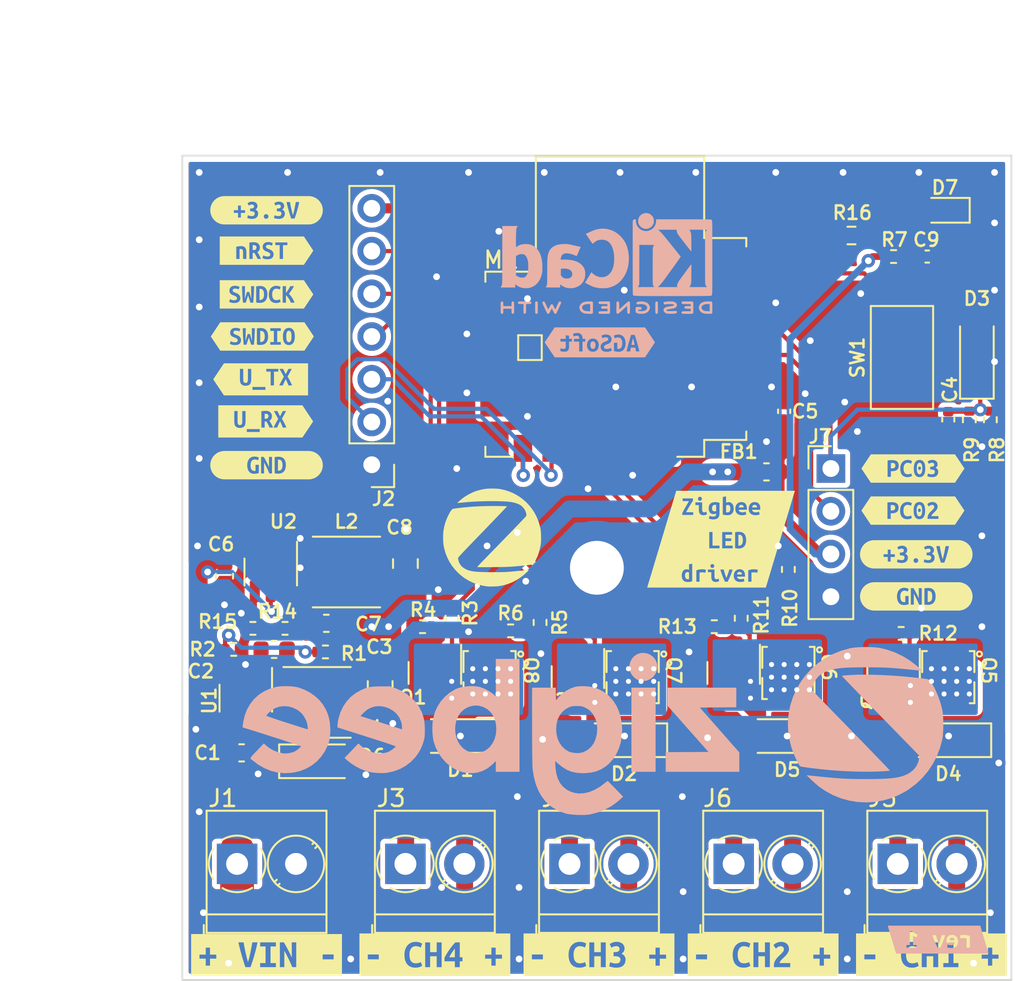
<source format=kicad_pcb>
(kicad_pcb (version 20211014) (generator pcbnew)
  (layers (0 "F.Cu" signal) (31 "B.Cu" signal) (34 "B.Paste" user) (35 "F.Paste" user) (36 "B.SilkS" user "B.Silkscreen") (37 "F.SilkS" user "F.Silkscreen") (38 "B.Mask" user) (39 "F.Mask" user) (44 "Edge.Cuts" user))
  (net 0 "")
  (net 1 "Net-(C9-Pad1)")
  (net 2 "GND")
  (net 3 "/CH4_D")
  (net 4 "/CH3_D")
  (net 5 "/CH1_D")
  (net 6 "/CH2_D")
  (net 7 "Net-(C2-Pad1)")
  (net 8 "Net-(R1-Pad2)")
  (net 9 "VCC")
  (net 10 "Net-(C2-Pad2)")
  (net 11 "Net-(J2-Pad5)")
  (net 12 "Net-(J2-Pad4)")
  (net 13 "VDD")
  (net 14 "Net-(M1-Pad3)")
  (net 16 "/UART_TX")
  (net 17 "/UART_RX")
  (net 18 "Net-(M1-Pad9)")
  (net 19 "Net-(M1-Pad10)")
  (net 20 "Net-(J2-Pad6)")
  (net 22 "+3V3")
  (net 23 "Net-(C4-Pad1)")
  (net 24 "/CH4_G")
  (net 25 "Net-(M1-Pad4)")
  (net 26 "Net-(C7-Pad1)")
  (net 27 "Net-(C7-Pad2)")
  (net 28 "Net-(R14-Pad2)")
  (net 29 "Net-(D7-Pad2)")
  (net 30 "Net-(M1-Pad18)")
  (net 31 "/CH3_G")
  (net 32 "/CH1_G")
  (net 33 "/CH2_G")
  (net 34 "Net-(J7-Pad2)")
  (footprint "kibuzzard-62FBE02B" (layer "F.Cu") (at 170.5 121)
    (fp_text reference "kibuzzard-62FBE02B" hide)
    (fp_text value "G***" hide)
  )
  (footprint "zigbee_led:MGM210L_REDUCED" (layer "F.Cu") (at 183.5 91.4)
    (fp_text reference "M1")
    (fp_text value "mgm210l_MGM210L")
  )
  (footprint "zigbee_led:dual_mos" (layer "F.Cu") (at 183.75 104.5 180)
    (fp_text reference "Q8")
    (fp_text value "AON7414")
  )
  (footprint "Resistor_SMD:R_0402_1005Metric" (layer "F.Cu") (at 201.5 98.1 -90)
    (fp_text reference "R10")
    (fp_text value "2.2")
  )
  (footprint "Diode_SMD:D_MiniMELF" (layer "F.Cu") (at 201.4275 108 180)
    (fp_text reference "D5")
    (fp_text value "D")
  )
  (footprint "zigbee_led:z_logo" (layer "F.Cu") (at 183.9 96.2)
    (fp_text reference "G***" hide)
    (fp_text value "LOGO" hide)
  )
  (footprint "Capacitor_SMD:C_0603_1608Metric" (layer "F.Cu") (at 174.05 101.3)
    (fp_text reference "C7")
    (fp_text value "100nF")
  )
  (footprint "zigbee_led:TerminalBlock_Phoenix_PT-1,5-2-3.5-H_1x02_P3.50mm_Horizontal" (layer "F.Cu") (at 178.75 115.6)
    (fp_text reference "J3")
    (fp_text value "CH4")
  )
  (footprint "Diode_SMD:D_MiniMELF" (layer "F.Cu") (at 211 108.25 180)
    (fp_text reference "D4")
    (fp_text value "D")
  )
  (footprint "kibuzzard-6301F961" (layer "F.Cu") (at 170.15 86.8)
    (fp_text reference "kibuzzard-6301F961" hide)
    (fp_text value "G***" hide)
  )
  (footprint "Resistor_SMD:R_0402_1005Metric" (layer "F.Cu") (at 207.75 79.5)
    (fp_text reference "R7")
    (fp_text value "X")
  )
  (footprint "Capacitor_SMD:C_0603_1608Metric" (layer "F.Cu") (at 168 98.5 -90)
    (fp_text reference "C6")
    (fp_text value "2.2uF")
  )
  (footprint "kibuzzard-635D775C" (layer "F.Cu") (at 208.9 92.1)
    (fp_text reference "kibuzzard-635D775C" hide)
    (fp_text value "G***" hide)
  )
  (footprint "Resistor_SMD:R_0402_1005Metric" (layer "F.Cu") (at 213.5 89.2 90)
    (fp_text reference "R8")
    (fp_text value "X")
  )
  (footprint "Capacitor_SMD:C_0402_1005Metric" (layer "F.Cu") (at 209.75 79.5)
    (fp_text reference "C9")
    (fp_text value "1n")
  )
  (footprint "zigbee_led:TerminalBlock_Phoenix_PT-1,5-2-3.5-H_1x02_P3.50mm_Horizontal" (layer "F.Cu") (at 198.25 115.6)
    (fp_text reference "J6")
    (fp_text value "CH2")
  )
  (footprint "Capacitor_SMD:C_0805_2012Metric" (layer "F.Cu") (at 177.25 105 -90)
    (fp_text reference "C3")
    (fp_text value "10uF")
  )
  (footprint "Resistor_SMD:R_0402_1005Metric" (layer "F.Cu") (at 197.1 101.5 180)
    (fp_text reference "R13")
    (fp_text value "56k")
  )
  (footprint "Package_TO_SOT_SMD:SOT-23" (layer "F.Cu") (at 180.5 104.25 -90)
    (fp_text reference "Q1")
    (fp_text value "AO3400A")
  )
  (footprint "Capacitor_SMD:C_0603_1608Metric" (layer "F.Cu") (at 169.0175 109)
    (fp_text reference "C1")
    (fp_text value "2.2uF")
  )
  (footprint "zigbee_led:dual_mos" (layer "F.Cu") (at 211 104.5 180)
    (fp_text reference "Q5")
    (fp_text value "AON7414")
  )
  (footprint "Resistor_SMD:R_0402_1005Metric" (layer "F.Cu") (at 174 103 180)
    (fp_text reference "R1")
    (fp_text value "100k")
  )
  (footprint "Resistor_SMD:R_0402_1005Metric" (layer "F.Cu") (at 198.7 101 -90)
    (fp_text reference "R11")
    (fp_text value "2.2")
  )
  (footprint "Resistor_SMD:R_0402_1005Metric" (layer "F.Cu") (at 179.7675 101.5 180)
    (fp_text reference "R4")
    (fp_text value "56k")
  )
  (footprint "kibuzzard-6301FC25" (layer "F.Cu") (at 170.5 76.75)
    (fp_text reference "kibuzzard-6301FC25" hide)
    (fp_text value "G***" hide)
  )
  (footprint "Capacitor_SMD:C_0402_1005Metric" (layer "F.Cu") (at 211 89.2 -90)
    (fp_text reference "C4")
    (fp_text value "100nF")
  )
  (footprint "MountingHole:MountingHole_3.2mm_M3_DIN965_Pad_TopBottom" (layer "F.Cu") (at 190.125 98)
    (fp_text reference "H1" hide)
    (fp_text value "MountingHole_Pad")
  )
  (footprint "Connector_PinHeader_2.54mm:PinHeader_1x04_P2.54mm_Vertical" (layer "F.Cu") (at 204.025 92.1)
    (fp_text reference "J7")
    (fp_text value "Conn_01x04")
  )
  (footprint "kibuzzard-62FBE01C" (layer "F.Cu") (at 180.5 121)
    (fp_text reference "kibuzzard-62FBE01C" hide)
    (fp_text value "G***" hide)
  )
  (footprint "kibuzzard-6301FC25" (layer "F.Cu") (at 209.1 97.2)
    (fp_text reference "kibuzzard-6301FC25" hide)
    (fp_text value "G***" hide)
  )
  (footprint "kibuzzard-62FBE006" (layer "F.Cu") (at 200 121)
    (fp_text reference "kibuzzard-62FBE006" hide)
    (fp_text value "G***" hide)
  )
  (footprint "Capacitor_SMD:C_0805_2012Metric" (layer "F.Cu") (at 178.75 97.75 90)
    (fp_text reference "C8")
    (fp_text value "10uF")
  )
  (footprint "kibuzzard-62FBDFF0" (layer "F.Cu") (at 210 121)
    (fp_text reference "kibuzzard-62FBDFF0" hide)
    (fp_text value "G***" hide)
  )
  (footprint "Resistor_SMD:R_0402_1005Metric" (layer "F.Cu") (at 208.2 101.9 180)
    (fp_text reference "R12")
    (fp_text value "56k")
  )
  (footprint "Package_TO_SOT_SMD:SOT-23" (layer "F.Cu") (at 207.75 104.5 -90)
    (fp_text reference "Q3")
    (fp_text value "AO3400A")
  )
  (footprint "kibuzzard-6301F9AD" (layer "F.Cu") (at 170.5 91.9)
    (fp_text reference "kibuzzard-6301F9AD" hide)
    (fp_text value "G***" hide)
  )
  (footprint "Resistor_SMD:R_0402_1005Metric" (layer "F.Cu") (at 185 101.75 180)
    (fp_text reference "R6")
    (fp_text value "56k")
  )
  (footprint "Diode_SMD:D_MiniMELF" (layer "F.Cu") (at 212.7 85.4 90)
    (fp_text reference "D3")
    (fp_text value "3v3")
  )
  (footprint "kibuzzard-6301F990" (layer "F.Cu") (at 170.5 81.75)
    (fp_text reference "kibuzzard-6301F990" hide)
    (fp_text value "G***" hide)
  )
  (footprint "kibuzzard-6301F96E" (layer "F.Cu") (at 170.45 89.3)
    (fp_text reference "kibuzzard-6301F96E" hide)
    (fp_text value "G***" hide)
  )
  (footprint "Connector_PinHeader_2.54mm:PinHeader_1x07_P2.54mm_Vertical" (layer "F.Cu") (at 176.75 91.875 180)
    (fp_text reference "J2")
    (fp_text value "Conn_01x07")
  )
  (footprint "Package_TO_SOT_SMD:SOT-23-6" (layer "F.Cu") (at 170.75 98.25 -90)
    (fp_text reference "U2")
    (fp_text value "LMR51420")
  )
  (footprint "Resistor_SMD:R_0402_1005Metric" (layer "F.Cu") (at 171.6 101.6 180)
    (fp_text reference "R14")
    (fp_text value "100k")
  )
  (footprint "Inductor_SMD:L_Taiyo-Yuden_MD-4040" (layer "F.Cu") (at 173.5 106)
    (fp_text reference "L1")
    (fp_text value "47uH")
  )
  (footprint "Diode_SMD:D_MiniMELF" (layer "F.Cu") (at 191.75 108.25 180)
    (fp_text reference "D2")
    (fp_text value "D")
  )
  (footprint "Inductor_SMD:L_Taiyo-Yuden_MD-4040" (layer "F.Cu") (at 175.25 98.25)
    (fp_text reference "L2")
    (fp_text value "3.3u")
  )
  (footprint "kibuzzard-62FBE011" (layer "F.Cu") (at 190.25 121)
    (fp_text reference "kibuzzard-62FBE011" hide)
    (fp_text value "G***" hide)
  )
  (footprint "Package_TO_SOT_SMD:SOT-23" (layer "F.Cu") (at 198.25 104.25 -90)
    (fp_text reference "Q4")
    (fp_text value "AO3400A")
  )
  (footprint "Resistor_SMD:R_0402_1005Metric" (layer "F.Cu") (at 186.75 101.25 -90)
    (fp_text reference "R5")
    (fp_text value "2.2")
  )
  (footprint "zigbee_led:TerminalBlock_Phoenix_PT-1,5-2-3.5-H_1x02_P3.50mm_Horizontal" (layer "F.Cu") (at 208 115.6)
    (fp_text reference "J5")
    (fp_text value "CH1")
  )
  (footprint "Diode_SMD:D_0603_1608Metric" (layer "F.Cu") (at 210.7875 76.75 180)
    (fp_text reference "D7")
    (fp_text value "LED")
  )
  (footprint "Capacitor_SMD:C_0402_1005Metric" (layer "F.Cu") (at 201.25 88.7 90)
    (fp_text reference "C5")
    (fp_text value "100nF")
  )
  (footprint "kibuzzard-63020F3A" (layer "F.Cu") (at 197.5 96.3)
    (fp_text reference "kibuzzard-63020F3A" hide)
    (fp_text value "G***" hide)
  )
  (footprint "Package_TO_SOT_SMD:SOT-23-6" (layer "F.Cu") (at 169.2675 105.75 -90)
    (fp_text reference "U1")
    (fp_text value "LMR54406")
  )
  (footprint "zigbee_led:TerminalBlock_Phoenix_PT-1,5-2-3.5-H_1x02_P3.50mm_Horizontal" (layer "F.Cu") (at 188.5 115.6)
    (fp_text reference "J4")
    (fp_text value "CH3")
  )
  (footprint "kibuzzard-635D774E" (layer "F.Cu") (at 208.9 94.6)
    (fp_text reference "kibuzzard-635D774E" hide)
    (fp_text value "G***" hide)
  )
  (footprint "zigbee_led:dual_mos" (layer "F.Cu") (at 201.5 104.25 180)
    (fp_text reference "Q6")
    (fp_text value "AON7414")
  )
  (footprint "Resistor_SMD:R_0402_1005Metric" (layer "F.Cu") (at 181.5175 101 -90)
    (fp_text reference "R3")
    (fp_text value "2.2")
  )
  (footprint "kibuzzard-6301F99C" (layer "F.Cu") (at 170.25 84.25)
    (fp_text reference "kibuzzard-6301F99C" hide)
    (fp_text value "G***" hide)
  )
  (footprint "kibuzzard-6301F9AD" (layer "F.Cu") (at 209.1 99.7)
    (fp_text reference "kibuzzard-6301F9AD" hide)
    (fp_text value "G***" hide)
  )
  (footprint "zigbee_led:dual_mos" (layer "F.Cu") (at 192.25 104.5 180)
    (fp_text reference "Q7")
    (fp_text value "AON7414")
  )
  (footprint "Package_TO_SOT_SMD:SOT-23" (layer "F.Cu") (at 189 104.5 -90)
    (fp_text reference "Q2")
    (fp_text value "AO3400A")
  )
  (footprint "Capacitor_SMD:C_0603_1608Metric" (layer "F.Cu") (at 170.95 102.85)
    (fp_text reference "C2")
    (fp_text value "100nF")
  )
  (footprint "Resistor_SMD:R_0603_1608Metric" (layer "F.Cu") (at 205.25 78.25)
    (fp_text reference "R16")
    (fp_text value "91")
  )
  (footprint "zigbee_led:TerminalBlock_Phoenix_PT-1,5-2-3.5-H_1x02_P3.50mm_Horizontal" (layer "F.Cu") (at 168.75 115.6)
    (fp_text reference "J1")
    (fp_text value "VIN")
  )
  (footprint "Diode_SMD:D_SOD-123" (layer "F.Cu") (at 173.5 109.5)
    (fp_text reference "D6")
    (fp_text value "1N5819HW")
  )
  (footprint "Button_Switch_SMD:SW_SPST_CK_RS282G05A3" (layer "F.Cu") (at 208.25 85.5 -90)
    (fp_text reference "SW1")
    (fp_text value "SW_Push")
  )
  (footprint "Capacitor_SMD:C_0603_1608Metric" (layer "F.Cu") (at 200.2 92.3)
    (fp_text reference "FB1")
    (fp_text value "100R")
  )
  (footprint "Diode_SMD:D_MiniMELF" (layer "F.Cu") (at 182.0175 108 180)
    (fp_text reference "D1")
    (fp_text value "D")
  )
  (footprint "Resistor_SMD:R_0402_1005Metric" (layer "F.Cu") (at 168.55 102.85)
    (fp_text reference "R2")
    (fp_text value "33k")
  )
  (footprint "Resistor_SMD:R_0402_1005Metric" (layer "F.Cu") (at 169.69 101.6 180)
    (fp_text reference "R15")
    (fp_text value "22.1k")
  )
  (footprint "kibuzzard-6301FC13" (layer "F.Cu") (at 170.5 79.15)
    (fp_text reference "kibuzzard-6301FC13" hide)
    (fp_text value "G***" hide)
  )
  (footprint "Resistor_SMD:R_0402_1005Metric" (layer "F.Cu") (at 212.25 89.2 -90)
    (fp_text reference "R9")
    (fp_text value "X")
  )
  (footprint "Symbol:KiCad-Logo2_5mm_SilkScreen" (layer "B.Cu") (at 190.7 79.9 180)
    (fp_text reference "REF**" hide)
    (fp_text value "KiCad-Logo2_5mm_SilkScreen" hide)
  )
  (footprint "kibuzzard-63611416" (layer "B.Cu") (at 190.3 84.6 180)
    (fp_text reference "kibuzzard-63611416" hide)
    (fp_text value "G***" hide)
  )
  (footprint "zigbee_led:z_big_logo" (layer "B.Cu") (at 189.9 107.7 180)
    (fp_text reference "G***" hide)
    (fp_text value "LOGO" hide)
  )
  (footprint "kibuzzard-63020FF5" (layer "B.Cu") (at 210.4 120.1 180)
    (fp_text reference "kibuzzard-63020FF5" hide)
    (fp_text value "G***" hide)
  )
  (gr_line (start 165.5 122.5) (end 165.5 73.5) (layer "Edge.Cuts") (width 0.1))
  (gr_line (start 214.75 73.5) (end 214.75 122.5) (layer "Edge.Cuts") (width 0.1))
  (gr_line (start 165.5 73.5) (end 214.75 73.5) (layer "Edge.Cuts") (width 0.1))
  (gr_line (start 214.75 122.5) (end 165.5 122.5) (layer "Edge.Cuts") (width 0.1))
  (segment (start 198.44 81.25) (end 200.5 81.25) (width 0.254) (layer "F.Cu") (net 1))
  (segment (start 198.16 81.53) (end 198.44 81.25) (width 0.254) (layer "F.Cu") (net 1))
  (segment (start 206 80.5) (end 206.75 81.25) (width 0.254) (layer "F.Cu") (net 1))
  (segment (start 200.5 81.25) (end 201.25 80.5) (width 0.254) (layer "F.Cu") (net 1))
  (segment (start 201.25 80.5) (end 206 80.5) (width 0.254) (layer "F.Cu") (net 1))
  (segment (start 207.9 81.25) (end 208.25 81.6) (width 0.254) (layer "F.Cu") (net 1))
  (segment (start 208.26 79.5) (end 209.27 79.5) (width 0.254) (layer "F.Cu") (net 1))
  (segment (start 208.25 81.6) (end 208.25 79.51) (width 0.254) (layer "F.Cu") (net 1))
  (segment (start 208.25 79.51) (end 208.26 79.5) (width 0.254) (layer "F.Cu") (net 1))
  (segment (start 206.75 81.25) (end 207.9 81.25) (width 0.254) (layer "F.Cu") (net 1))
  (segment (start 189.75 98.5) (end 191.2675 100.0175) (width 0.25) (layer "F.Cu") (net 2))
  (segment (start 171.7 97.1125) (end 171.7 97.7) (width 0.254) (layer "F.Cu") (net 2))
  (segment (start 191.2675 100.0175) (end 191.2675 100.48) (width 0.25) (layer "F.Cu") (net 2))
  (segment (start 168.125 99.275) (end 169.2 98.2) (width 0.254) (layer "F.Cu") (net 2))
  (segment (start 169.2 98.2) (end 171.2 98.2) (width 0.254) (layer "F.Cu") (net 2))
  (segment (start 171.7 97.7) (end 171.2 98.2) (width 0.254) (layer "F.Cu") (net 2))
  (segment (start 168 99.275) (end 168.125 99.275) (width 0.254) (layer "F.Cu") (net 2))
  (via (at 182.4 84.1) (size 0.8) (drill 0.4) (layers "F.Cu" "B.Cu") (net 2))
  (via (at 202.5 87.65) (size 0.8) (drill 0.4) (layers "F.Cu" "B.Cu") (net 2))
  (via (at 205 103.25) (size 0.8) (drill 0.4) (layers "F.Cu" "B.Cu") (net 2))
  (via (at 209.4 100.4) (size 0.8) (drill 0.4) (layers "F.Cu" "B.Cu") (net 2))
  (via (at 186.8 103.1) (size 0.8) (drill 0.4) (layers "F.Cu" "B.Cu") (net 2))
  (via (at 191.25 87.25) (size 0.8) (drill 0.4) (layers "F.Cu" "B.Cu") (net 2))
  (via (at 182.5 74.5) (size 0.8) (drill 0.4) (layers "F.Cu" "B.Cu") (net 2))
  (via (at 195.6 103) (size 0.8) (drill 0.4) (layers "F.Cu" "B.Cu") (net 2))
  (via (at 202.8 84.5) (size 0.8) (drill 0.4) (layers "F.Cu" "B.Cu") (net 2))
  (via (at 185.4 95.9) (size 0.8) (drill 0.4) (layers "F.Cu" "B.Cu") (net 2))
  (via (at 209.25 74.5) (size 0.8) (drill 0.4) (layers "F.Cu" "B.Cu") (net 2))
  (via (at 184.3 78) (size 0.8) (drill 0.4) (layers "F.Cu" "B.Cu") (net 2))
  (via (at 183.6 96.7) (size 0.8) (drill 0.4) (layers "F.Cu" "B.Cu") (net 2))
  (via (at 186 82) (size 0.8) (drill 0.4) (layers "F.Cu" "B.Cu") (net 2))
  (via (at 187 74.5) (size 0.8) (drill 0.4) (layers "F.Cu" "B.Cu") (net 2))
  (via (at 189.6 93.3) (size 0.8) (drill 0.4) (layers "F.Cu" "B.Cu") (net 2))
  (via (at 213 96.1) (size 0.8) (drill 0.4) (layers "F.Cu" "B.Cu") (net 2))
  (via (at 180.7 99.3) (size 0.8) (drill 0.4) (layers "F.Cu" "B.Cu") (net 2))
  (via (at 181.8 92.1) (size 0.8) (drill 0.4) (layers "F.Cu" "B.Cu") (net 2))
  (via (at 195.25 121.25) (size 0.8) (drill 0.4) (layers "F.Cu" "B.Cu") (net 2))
  (via (at 204.75 74.5) (size 0.8) (drill 0.4) (layers "F.Cu" "B.Cu") (net 2))
  (via (at 200.5 87.25) (size 0.8) (drill 0.4) (layers "F.Cu" "B.Cu") (net 2))
  (via (at 213.75 81.5) (size 0.8) (drill 0.4) (layers "F.Cu" "B.Cu") (net 2))
  (via (at 169.25 103.75) (size 0.8) (drill 0.4) (layers "F.Cu" "B.Cu") (net 2))
  (via (at 191.5 74.5) (size 0.8) (drill 0.4) (layers "F.Cu" "B.Cu") (net 2))
  (via (at 176.4 110.3) (size 0.8) (drill 0.4) (layers "F.Cu" "B.Cu") (net 2))
  (via (at 205 117.25) (size 0.8) (drill 0.4) (layers "F.Cu" "B.Cu") (net 2))
  (via (at 169 100.7) (size 0.8) (drill 0.4) (layers "F.Cu" "B.Cu") (net 2))
  (via (at 178 107.25) (size 0.8) (drill 0.4) (layers "F.Cu" "B.Cu") (net 2))
  (via (at 182.5 101.8) (size 0.8) (drill 0.4) (layers "F.Cu" "B.Cu") (net 2))
  (via (at 213.75 77.5) (size 0.8) (drill 0.4) (layers "F.Cu" "B.Cu") (net 2))
  (via (at 166.4 96.7) (size 0.8) (drill 0.4) (layers "F.Cu" "B.Cu") (net 2))
  (via (at 200.75 82.25) (size 0.8) (drill 0.4) (layers "F.Cu" "B.Cu") (net 2))
  (via (at 213.75 85.75) (size 0.8) (drill 0.4) (layers "F.Cu" "B.Cu") (net 2))
  (via (at 212.5 121.5) (size 0.8) (drill 0.4) (layers "F.Cu" "B.Cu") (net 2))
  (via (at 166.75 118.5) (size 0.8) (drill 0.4) (layers "F.Cu" "B.Cu") (net 2))
  (via (at 166.5 112.5) (size 0.8) (drill 0.4) (layers "F.Cu" "B.Cu") (net 2))
  (via (at 204.85 88.15) (size 0.8) (drill 0.4) (layers "F.Cu" "B.Cu") (net 2))
  (via (at 182.4 87.6) (size 0.8) (drill 0.4) (layers "F.Cu" "B.Cu") (net 2))
  (via (at 191.75 81.5) (size 0.8) (drill 0.4) (layers "F.Cu" "B.Cu") (net 2))
  (via (at 166.5 91.5) (size 0.8) (drill 0.4) (layers "F.Cu" "B.Cu") (net 2))
  (via (at 195.2 111.6) (size 0.8) (drill 0.4) (layers "F.Cu" "B.Cu") (net 2))
  (via (at 166.5 87) (size 0.8) (drill 0.4) (layers "F.Cu" "B.Cu") (net 2))
  (via (at 177.7 88.1) (size 0.8) (drill 0.4) (layers "F.Cu" "B.Cu") (net 2))
  (via (at 205.6 89.9) (size 0.8) (drill 0.4) (layers "F.Cu" "B.Cu") (net 2))
  (via (at 166.5 74.5) (size 0.8) (drill 0.4) (layers "F.Cu" "B.Cu") (net 2))
  (via (at 182.0175 108) (size 0.8) (drill 0.4) (layers "F.Cu" "B.Cu") (net 2))
  (via (at 195.25 117.25) (size 0.8) (drill 0.4) (layers "F.Cu" "B.Cu") (net 2))
  (via (at 205.25 108) (size 0.8) (drill 0.4) (layers "F.Cu" "B.Cu") (net 2))
  (via (at 168 100.2) (size 0.8) (drill 0.4) (layers "F.Cu" "B.Cu") (net 2))
  (via (at 211.0175 108) (size 0.8) (drill 0.4) (layers "F.Cu" "B.Cu") (net 2))
  (via (at 213 90.8) (size 0.8) (drill 0.4) (layers "F.Cu" "B.Cu") (net 2))
  (via (at 177.25 74.5) (size 0.8) (drill 0.4) (layers "F.Cu" "B.Cu") (net 2))
  (via (at 180.6 80.7) (size 0.8) (drill 0.4) (layers "F.Cu" "B.Cu") (net 2))
  (via (at 213 101.5) (size 0.8) (drill 0.4) (layers "F.Cu" "B.Cu") (net 2))
  (via (at 200.2 90.5) (size 0.8) (drill 0.4) (layers "F.Cu" "B.Cu") (net 2))
  (via (at 171.75 74.5) (size 0.8) (drill 0.4) (layers "F.Cu" "B.Cu") (net 2))
  (via (at 201.4275 108) (size 0.8) (drill 0.4) (layers "F.Cu" "B.Cu") (net 2))
  (via (at 172.5 96.25) (size 0.8) (drill 0.4) (layers "F.Cu" "B.Cu") (net 2))
  (via (at 196.7 108.1) (size 0.8) (drill 0.4) (layers "F.Cu" "B.Cu") (net 2))
  (via (at 186.9 108.2) (size 0.8) (drill 0.4) (layers "F.Cu" "B.Cu") (net 2))
  (via (at 200.75 74.5) (size 0.8) (drill 0.4) (layers "F.Cu" "B.Cu") (net 2))
  (via (at 168.25 121.5) (size 0.8) (drill 0.4) (layers "F.Cu" "B.Cu") (net 2))
  (via (at 205.8 81.7) (size 0.8) (drill 0.4) (layers "F.Cu" "B.Cu") (net 2))
  (via (at 192.25 92.5) (size 0.8) (drill 0.4) (layers "F.Cu" "B.Cu") (net 2))
  (via (at 205 121.25) (size 0.8) (drill 0.4) (layers "F.Cu" "B.Cu") (net 2))
  (via (at 191.7675 108) (size 0.8) (drill 0.4) (layers "F.Cu" "B.Cu") (net 2))
  (via (at 213.5 118.5) (size 0.8) (drill 0.4) (layers "F.Cu" "B.Cu") (net 2))
  (via (at 185.9 98.8) (size 0.8) (drill 0.4) (layers "F.Cu" "B.Cu") (net 2))
  (via (at 213.75 74.5) (size 0.8) (drill 0.4) (layers "F.Cu" "B.Cu") (net 2))
  (via (at 185.4 111.6) (size 0.8) (drill 0.4) (layers "F.Cu" "B.Cu") (net 2))
  (via (at 175.5 121.25) (size 0.8) (drill 0.4) (layers "F.Cu" "B.Cu") (net 2))
  (via (at 195.75 87.25) (size 0.8) (drill 0.4) (layers "F.Cu" "B.Cu") (net 2))
  (via (at 180.9 117) (size 0.8) (drill 0.4) (layers "F.Cu" "B.Cu") (net 2))
  (via (at 170 110.25) (size 0.8) (drill 0.4) (layers "F.Cu" "B.Cu") (net 2))
  (via (at 172.5 98) (size 0.8) (drill 0.4) (layers "F.Cu" "B.Cu") (net 2))
  (via (at 214 109.6) (size 0.8) (drill 0.4) (layers "F.Cu" "B.Cu") (net 2))
  (via (at 166.5 82.5) (size 0.8) (drill 0.4) (layers "F.Cu" "B.Cu") (net 2))
  (via (at 166.5 78.5) (size 0.8) (drill 0.4) (layers "F.Cu" "B.Cu") (net 2))
  (via (at 166.3 107.6) (size 0.8) (drill 0.4) (layers "F.Cu" "B.Cu") (net 2))
  (via (at 178.8 95.7) (size 0.8) (drill 0.4) (layers "F.Cu" "B.Cu") (net 2))
  (via (at 185.5 121.25) (size 0.8) (drill 0.4) (layers "F.Cu" "B.Cu") (net 2))
  (via (at 200.9 96.7) (size 0.8) (drill 0.4) (layers "F.Cu" "B.Cu") (net 2))
  (via (at 186 89) (size 0.8) (drill 0.4) (layers "F.Cu" "B.Cu") (net 2))
  (via (at 196 74.5) (size 0.8) (drill 0.4) (layers "F.Cu" "B.Cu") (net 2))
  (via (at 185.5 117) (size 0.8) (drill 0.4) (layers "F.Cu" "B.Cu") (net 2))
  (segment (start 180.25 110) (end 180.25 107.5675) (width 1) (layer "F.Cu") (net 3))
  (segment (start 178.7675 111.4825) (end 180.25 110) (width 1) (layer "F.Cu") (net 3))
  (segment (start 178.7675 115.5825) (end 178.7675 111.4825) (width 1) (layer "F.Cu") (net 3))
  (segment (start 178.75 115.6) (end 178.7675 115.5825) (width 1) (layer "F.Cu") (net 3))
  (segment (start 180.2675 105.42) (end 180.5 105.1875) (width 1) (layer "F.Cu") (net 3))
  (segment (start 180.2675 108) (end 180.2675 105.42) (width 1) (layer "F.Cu") (net 3))
  (via (at 184.25 104.75) (size 0.6) (drill 0.3) (layers "F.Cu" "B.Cu") (net 3))
  (via (at 181.5 104.75) (size 0.6) (drill 0.3) (layers "F.Cu" "B.Cu") (net 3))
  (via (at 183.5 104) (size 0.6) (drill 0.3) (layers "F.Cu" "B.Cu") (net 3))
  (via (at 182.75 104) (size 0.6) (drill 0.3) (layers "F.Cu" "B.Cu") (net 3))
  (via (at 182.75 105.5) (size 0.6) (drill 0.3) (layers "F.Cu" "B.Cu") (net 3))
  (via (at 183.5 105.5) (size 0.6) (drill 0.3) (layers "F.Cu" "B.Cu") (net 3))
  (via (at 184.25 105.5) (size 0.6) (drill 0.3) (layers "F.Cu" "B.Cu") (net 3))
  (via (at 182.75 104.75) (size 0.6) (drill 0.3) (layers "F.Cu" "B.Cu") (net 3))
  (via (at 185 104.75) (size 0.6) (drill 0.3) (layers "F.Cu" "B.Cu") (net 3))
  (via (at 183.5 104.75) (size 0.6) (drill 0.3) (layers "F.Cu" "B.Cu") (net 3))
  (via (at 185 104) (size 0.6) (drill 0.3) (layers "F.Cu" "B.Cu") (net 3))
  (via (at 185 105.5) (size 0.6) (drill 0.3) (layers "F.Cu" "B.Cu") (net 3))
  (via (at 184.25 104) (size 0.6) (drill 0.3) (layers "F.Cu" "B.Cu") (net 3))
  (via (at 181.5 105.75) (size 0.6) (drill 0.3) (layers "F.Cu" "B.Cu") (net 3))
  (segment (start 190 108.25) (end 190 106.4375) (width 1) (layer "F.Cu") (net 4))
  (segment (start 190 108.25) (end 190 110.75) (width 1) (layer "F.Cu") (net 4))
  (segment (start 190 110.75) (end 188.5 112.25) (width 1) (layer "F.Cu") (net 4))
  (segment (start 190 106.4375) (end 189 105.4375) (width 1) (layer "F.Cu") (net 4))
  (segment (start 188.5 112.25) (end 188.5 115.6) (width 1) (layer "F.Cu") (net 4))
  (via (at 192 105.5) (size 0.6) (drill 0.3) (layers "F.Cu" "B.Cu") (net 4))
  (via (at 191.25 105.5) (size 0.6) (drill 0.3) (layers "F.Cu" "B.Cu") (net 4))
  (via (at 191.25 104.75) (size 0.6) (drill 0.3) (layers "F.Cu" "B.Cu") (net 4))
  (via (at 192 104.75) (size 0.6) (drill 0.3) (layers "F.Cu" "B.Cu") (net 4))
  (via (at 192.75 105.5) (size 0.6) (drill 0.3) (layers "F.Cu" "B.Cu") (net 4))
  (via (at 190 105) (size 0.6) (drill 0.3) (layers "F.Cu" "B.Cu") (net 4))
  (via (at 192 104) (size 0.6) (drill 0.3) (layers "F.Cu" "B.Cu") (net 4))
  (via (at 192.75 104.75) (size 0.6) (drill 0.3) (layers "F.Cu" "B.Cu") (net 4))
  (via (at 193.5 105.5) (size 0.6) (drill 0.3) (layers "F.Cu" "B.Cu") (net 4))
  (via (at 193.5 104) (size 0.6) (drill 0.3) (layers "F.Cu" "B.Cu") (net 4))
  (via (at 192.75 104) (size 0.6) (drill 0.3) (layers "F.Cu" "B.Cu") (net 4))
  (via (at 193.5 104.75) (size 0.6) (drill 0.3) (layers "F.Cu" "B.Cu") (net 4))
  (via (at 190 106) (size 0.6) (drill 0.3) (layers "F.Cu" "B.Cu") (net 4))
  (via (at 191.25 104) (size 0.6) (drill 0.3) (layers "F.Cu" "B.Cu") (net 4))
  (segment (start 208 111.25) (end 208 115.6) (width 1) (layer "F.Cu") (net 5))
  (segment (start 209.25 108.25) (end 209.25 106.9375) (width 1) (layer "F.Cu") (net 5))
  (segment (start 211 105.25) (end 211 104.5) (width 1) (layer "F.Cu") (net 5))
  (segment (start 209.2675 108) (end 209.2675 109.9825) (width 1) (layer "F.Cu") (net 5))
  (segment (start 209.25 106.9375) (end 207.75 105.4375) (width 1) (layer "F.Cu") (net 5))
  (segment (start 209.2675 109.9825) (end 208 111.25) (width 1) (layer "F.Cu") (net 5))
  (via (at 212.25 104.75) (size 0.6) (drill 0.3) (layers "F.Cu" "B.Cu") (net 5))
  (via (at 212.25 105.5) (size 0.6) (drill 0.3) (layers "F.Cu" "B.Cu") (net 5))
  (via (at 208.75 105) (size 0.6) (drill 0.3) (layers "F.Cu" "B.Cu") (net 5))
  (via (at 211.5 105.5) (size 0.6) (drill 0.3) (layers "F.Cu" "B.Cu") (net 5))
  (via (at 210.75 104.75) (size 0.6) (drill 0.3) (layers "F.Cu" "B.Cu") (net 5))
  (via (at 210 105.5) (size 0.6) (drill 0.3) (layers "F.Cu" "B.Cu") (net 5))
  (via (at 212.25 104) (size 0.6) (drill 0.3) (layers "F.Cu" "B.Cu") (net 5))
  (via (at 211.5 104) (size 0.6) (drill 0.3) (layers "F.Cu" "B.Cu") (net 5))
  (via (at 210.75 105.5) (size 0.6) (drill 0.3) (layers "F.Cu" "B.Cu") (net 5))
  (via (at 208.75 106) (size 0.6) (drill 0.3) (layers "F.Cu" "B.Cu") (net 5))
  (via (at 210.75 104) (size 0.6) (drill 0.3) (layers "F.Cu" "B.Cu") (net 5))
  (via (at 211.5 104.75) (size 0.6) (drill 0.3) (layers "F.Cu" "B.Cu") (net 5))
  (via (at 210 104.75) (size 0.6) (drill 0.3) (layers "F.Cu" "B.Cu") (net 5))
  (via (at 210 104) (size 0.6) (drill 0.3) (layers "F.Cu" "B.Cu") (net 5))
  (segment (start 199.6775 110.0725) (end 198.25 111.5) (width 1) (layer "F.Cu") (net 6))
  (segment (start 198.25 111.5) (end 198.25 115.6) (width 1) (layer "F.Cu") (net 6))
  (segment (start 199.6775 106.615) (end 198.25 105.1875) (width 1) (layer "F.Cu") (net 6))
  (segment (start 199.6775 108) (end 199.6775 110.0725) (width 1) (layer "F.Cu") (net 6))
  (segment (start 199.6775 108) (end 199.6775 106.615) (width 1) (layer "F.Cu") (net 6))
  (via (at 200.5 104.5) (size 0.6) (drill 0.3) (layers "F.Cu" "B.Cu") (net 6))
  (via (at 202.75 103.75) (size 0.6) (drill 0.3) (layers "F.Cu" "B.Cu") (net 6))
  (via (at 202 103.75) (size 0.6) (drill 0.3) (layers "F.Cu" "B.Cu") (net 6))
  (via (at 199.25 105.75) (size 0.6) (drill 0.3) (layers "F.Cu" "B.Cu") (net 6))
  (via (at 201.25 105.25) (size 0.6) (drill 0.3) (layers "F.Cu" "B.Cu") (net 6))
  (via (at 202 104.5) (size 0.6) (drill 0.3) (layers "F.Cu" "B.Cu") (net 6))
  (via (at 201.25 103.75) (size 0.6) (drill 0.3) (layers "F.Cu" "B.Cu") (net 6))
  (via (at 202.75 105.25) (size 0.6) (drill 0.3) (layers "F.Cu" "B.Cu") (net 6))
  (via (at 202 105.25) (size 0.6) (drill 0.3) (layers "F.Cu" "B.Cu") (net 6))
  (via (at 199.25 104.75) (size 0.6) (drill 0.3) (layers "F.Cu" "B.Cu") (net 6))
  (via (at 200.5 105.25) (size 0.6) (drill 0.3) (layers "F.Cu" "B.Cu") (net 6))
  (via (at 200.5 103.75) (size 0.6) (drill 0.3) (layers "F.Cu" "B.Cu") (net 6))
  (via (at 202.75 104.5) (size 0.6) (drill 0.3) (layers "F.Cu" "B.Cu") (net 6))
  (via (at 201.25 104.5) (size 0.6) (drill 0.3) (layers "F.Cu" "B.Cu") (net 6))
  (segment (start 170.2175 102.8925) (end 170.175 102.85) (width 0.254) (layer "F.Cu") (net 7))
  (segment (start 170.2175 104.6125) (end 170.2175 102.8925) (width 0.254) (layer "F.Cu") (net 7))
  (segment (start 168.3175 103.9175) (end 168.04 103.64) (width 0.254) (layer "F.Cu") (net 8))
  (segment (start 168.04 102.21) (end 168.25 102) (width 0.254) (layer "F.Cu") (net 8))
  (segment (start 168.04 103.64) (end 168.04 102.85) (width 0.254) (layer "F.Cu") (net 8))
  (segment (start 168.3175 104.6125) (end 168.3175 103.9175) (width 0.254) (layer "F.Cu") (net 8))
  (segment (start 173.49 103) (end 172.8 103) (width 0.254) (layer "F.Cu") (net 8))
  (segment (start 168.04 102.85) (end 168.04 102.21) (width 0.254) (layer "F.Cu") (net 8))
  (segment (start 168.24 104.535) (end 168.3175 104.6125) (width 0.254) (layer "F.Cu") (net 8))
  (via (at 172.8 103) (size 0.8) (drill 0.4) (layers "F.Cu" "B.Cu") (net 8))
  (via (at 168.25 102) (size 0.8) (drill 0.4) (layers "F.Cu" "B.Cu") (net 8))
  (segment (start 172.55 102.75) (end 169 102.75) (width 0.254) (layer "B.Cu") (net 8))
  (segment (start 169 102.75) (end 168.25 102) (width 0.254) (layer "B.Cu") (net 8))
  (segment (start 172.8 103) (end 172.55 102.75) (width 0.254) (layer "B.Cu") (net 8))
  (segment (start 201.75 112) (end 201.75 114.75) (width 1) (layer "F.Cu") (net 9))
  (segment (start 166.5 98.4) (end 167.9 97) (width 1) (layer "F.Cu") (net 9))
  (segment (start 203.1775 108) (end 203.25 108.0725) (width 1) (layer "F.Cu") (net 9))
  (segment (start 202 119) (end 210.75 119) (width 2) (layer "F.Cu") (net 9))
  (segment (start 168.75 114.75) (end 168.75 118) (width 2) (layer "F.Cu") (net 9))
  (segment (start 169 97) (end 169.6875 97) (width 0.7) (layer "F.Cu") (net 9))
  (segment (start 212.7675 108) (end 213.25 108) (width 0.25) (layer "F.Cu") (net 9))
  (segment (start 183.7675 108) (end 183.75 108.0175) (width 1) (layer "F.Cu") (net 9))
  (segment (start 214 90.51) (end 213.5 90.01) (width 0.25) (layer "F.Cu") (net 9))
  (segment (start 183.75 110.25) (end 182.2675 111.7325) (width 1) (layer "F.Cu") (net 9))
  (segment (start 201.75 118.75) (end 202 119) (width 1) (layer "F.Cu") (net 9))
  (segment (start 170.75 99.3875) (end 170.75 100.55) (width 0.254) (layer "F.Cu") (net 9))
  (segment (start 182.2675 111.7325) (end 182.2675 118.9825) (width 1) (layer "F.Cu") (net 9))
  (segment (start 213.25 108) (end 214 107.25) (width 0.25) (layer "F.Cu") (net 9))
  (segment (start 211.5 111.5) (end 211.5 119) (width 1) (layer "F.Cu") (net 9))
  (segment (start 192.0175 111.9825) (end 192.0175 118.7675) (width 1) (layer "F.Cu") (net 9))
  (segment (start 169.6875 97) (end 169.8 97.1125) (width 0.5) (layer "F.Cu") (net 9))
  (segment (start 168.75 118) (end 169.75 119) (width 2) (layer "F.Cu") (net 9))
  (segment (start 182.25 119) (end 192.25 119) (width 2) (layer "F.Cu") (net 9))
  (segment (start 193.5 110.5) (end 192.0175 111.9825) (width 1) (layer "F.Cu") (net 9))
  (segment (start 170.75 100.55) (end 170.8 100.6) (width 0.254) (layer "F.Cu") (net 9))
  (segment (start 203.25 108.0725) (end 203.25 110.5) (width 1) (layer "F.Cu") (net 9))
  (segment (start 192.0175 118.7675) (end 192.25 119) (width 1) (layer "F.Cu") (net 9))
  (segment (start 193.5 108.0175) (end 193.5 110.5) (width 1) (layer "F.Cu") (net 9))
  (segment (start 212.75 108) (end 212.75 110.25) (width 1) (layer "F.Cu") (net 9))
  (segment (start 201.75 114.75) (end 201.75 118.75) (width 1) (layer "F.Cu") (net 9))
  (segment (start 214 107.25) (end 214 90.51) (width 0.25) (layer "F.Cu") (net 9))
  (segment (start 168.75 114.75) (end 168.75 112.25) (width 1) (layer "F.Cu") (net 9))
  (segment (start 167.75 107.25) (end 166.5 106) (width 1) (layer "F.Cu") (net 9))
  (segment (start 168.75 112.25) (end 168 111.5) (width 1) (layer "F.Cu") (net 9))
  (segment (start 211.5 119) (end 210.75 119) (width 1) (layer "F.Cu") (net 9))
  (segment (start 169.75 119) (end 182.25 119) (width 2) (layer "F.Cu") (net 9))
  (segment (start 168 111.5) (end 167.75 111.25) (width 1) (layer "F.Cu") (net 9))
  (segment (start 183.75 108.0175) (end 183.75 110.25) (width 1) (layer "F.Cu") (net 9))
  (segment (start 167.75 111.25) (end 167.75 107.25) (width 1) (layer "F.Cu") (net 9))
  (segment (start 213.5 90.01) (end 213.5 89.71) (width 0.25) (layer "F.Cu") (net 9))
  (segment (start 166.5 106) (end 166.5 98.4) (width 1) (layer "F.Cu") (net 9))
  (segment (start 212.75 110.25) (end 211.5 111.5) (width 1) (layer "F.Cu") (net 9))
  (segment (start 192.25 119) (end 202 119) (width 2) (layer "F.Cu") (net 9))
  (segment (start 193.5175 108) (end 193.5 108.0175) (width 1) (layer "F.Cu") (net 9))
  (segment (start 167.9 97) (end 169 97) (width 1) (layer "F.Cu") (net 9))
  (segment (start 203.25 110.5) (end 201.75 112) (width 1) (layer "F.Cu") (net 9))
  (segment (start 182.2675 118.9825) (end 182.25 119) (width 1) (layer "F.Cu") (net 9))
  (segment (start 212.75 108) (end 213.2675 107.4825) (width 0.25) (layer "F.Cu") (net 9))
  (via (at 170.8 100.6) (size 0.8) (drill 0.4) (layers "F.Cu" "B.Cu") (net 9))
  (via (at 167 98.25) (size 0.8) (drill 0.4) (layers "F.Cu" "B.Cu") (net 9))
  (segment (start 167 98.25) (end 168.45 98.25) (width 0.254) (layer "B.Cu") (net 9))
  (segment (start 168.45 98.25) (end 170.8 100.6) (width 0.254) (layer "B.Cu") (net 9))
  (segment (start 182.35 82.3) (end 183.05 81.6) (width 0.25) (layer "F.Cu") (net 11))
  (segment (start 183.05 81.6) (end 183.99 81.6) (width 0.25) (layer "F.Cu") (net 11))
  (segment (start 177.915 81.715) (end 178.5 82.3) (width 0.25) (layer "F.Cu") (net 11))
  (segment (start 176.75 81.715) (end 177.915 81.715) (width 0.25) (layer "F.Cu") (net 11))
  (segment (start 178.5 82.3) (end 182.35 82.3) (width 0.25) (layer "F.Cu") (net 11))
  (segment (start 178.45 82.8) (end 182.5 82.8) (width 0.25) (layer "F.Cu") (net 12))
  (segment (start 183.01 83.31) (end 183.99 83.31) (width 0.25) (layer "F.Cu") (net 12))
  (segment (start 176.995 84.255) (end 178.45 82.8) (width 0.25) (layer "F.Cu") (net 12))
  (segment (start 176.75 84.255) (end 176.995 84.255) (width 0.25) (layer "F.Cu") (net 12))
  (segment (start 182.5 82.8) (end 183.01 83.31) (width 0.25) (layer "F.Cu") (net 12))
  (segment (start 200.975 94.775) (end 203.38 97.18) (width 0.6) (layer "F.Cu") (net 13))
  (segment (start 198.2 89.18) (end 198.17 89.15) (width 0.6) (layer "F.Cu") (net 13))
  (segment (start 200.975 92.3) (end 200.975 94.775) (width 0.6) (layer "F.Cu") (net 13))
  (segment (start 201.25 91.2) (end 200.975 91.475) (width 0.6) (layer "F.Cu") (net 13))
  (segment (start 207.24 79.5) (end 207.24 78.76) (width 0.254) (layer "F.Cu") (net 13))
  (segment (start 184.635 76.635) (end 176.75 76.635) (width 0.6) (layer "F.Cu") (net 13))
  (segment (start 201.25 89.18) (end 201.25 91.2) (width 0.6) (layer "F.Cu") (net 13))
  (segment (start 201.25 89.18) (end 198.2 89.18) (width 0.6) (layer "F.Cu") (net 13))
  (segment (start 194.25 86.25) (end 184.635 76.635) (width 0.6) (layer "F.Cu") (net 13))
  (segment (start 208 78) (end 211.25 78) (width 0.254) (layer "F.Cu") (net 13))
  (segment (start 200.975 91.475) (end 200.975 92.3) (width 0.6) (layer "F.Cu") (net 13))
  (segment (start 207.24 79.5) (end 206.5 79.5) (width 0.4) (layer "F.Cu") (net 13))
  (segment (start 211.25 78) (end 211.575 77.675) (width 0.254) (layer "F.Cu") (net 13))
  (segment (start 194.25 87.75) (end 194.25 86.25) (width 0.6) (layer "F.Cu") (net 13))
  (segment (start 203.38 97.18) (end 204.025 97.18) (width 0.6) (layer "F.Cu") (net 13))
  (segment (start 207.24 78.76) (end 208 78) (width 0.254) (layer "F.Cu") (net 13))
  (segment (start 198.16 89.13) (end 195.63 89.13) (width 0.6) (layer "F.Cu") (net 13))
  (segment (start 206.5 79.5) (end 206.25 79.75) (width 0.254) (layer "F.Cu") (net 13))
  (segment (start 195.63 89.13) (end 194.25 87.75) (width 0.6) (layer "F.Cu") (net 13))
  (segment (start 211.575 77.675) (end 211.575 76.75) (width 0.254) (layer "F.Cu") (net 13))
  (via (at 206.25 79.75) (size 0.8) (drill 0.4) (layers "F.Cu" "B.Cu") (net 13))
  (segment (start 201.6 84.4) (end 201.6 95.7) (width 0.4) (layer "B.Cu") (net 13))
  (segment (start 206.25 79.75) (end 201.6 84.4) (width 0.4) (layer "B.Cu") (net 13))
  (segment (start 201.6 95.7) (end 203.08 97.18) (width 0.4) (layer "B.Cu") (net 13))
  (segment (start 203.08 97.18) (end 204.025 97.18) (width 0.4) (layer "B.Cu") (net 13))
  (segment (start 180.25 92.75) (end 182.75 95.25) (width 0.25) (layer "F.Cu") (net 14))
  (segment (start 182.75 95.25) (end 182.75 99.2575) (width 0.25) (layer "F.Cu") (net 14))
  (segment (start 182.75 99.2575) (end 181.5175 100.49) (width 0.25) (layer "F.Cu") (net 14))
  (segment (start 180.25 87.25) (end 180.25 92.75) (width 0.25) (layer "F.Cu") (net 14))
  (segment (start 182.48 85.02) (end 180.25 87.25) (width 0.25) (layer "F.Cu") (net 14))
  (segment (start 183.99 85.02) (end 182.48 85.02) (width 0.25) (layer "F.Cu") (net 14))
  (segment (start 185.72 90.88) (end 185.72 92.47) (width 0.25) (layer "F.Cu") (net 16))
  (segment (start 185.72 92.47) (end 185.75 92.5) (width 0.25) (layer "F.Cu") (net 16))
  (via (at 185.75 92.5) (size 0.8) (drill 0.4) (layers "F.Cu" "B.Cu") (net 16))
  (segment (start 185.75 92.5) (end 185.75 91.5) (width 0.25) (layer "B.Cu") (net 16))
  (segment (start 185.75 91.5) (end 183.25 89) (width 0.25) (layer "B.Cu") (net 16))
  (segment (start 177.995 86.795) (end 176.75 86.795) (width 0.25) (layer "B.Cu") (net 16))
  (segment (start 183.25 89) (end 180.2 89) (width 0.25) (layer "B.Cu") (net 16))
  (segment (start 180.2 89) (end 177.995 86.795) (width 0.25) (layer "B.Cu") (net 16))
  (segment (start 187.43 92.47) (end 187.43 90.88) (width 0.25) (layer "F.Cu") (net 17))
  (segment (start 187.4 92.5) (end 187.43 92.47) (width 0.25) (layer "F.Cu") (net 17))
  (via (at 187.4 92.5) (size 0.8) (drill 0.4) (layers "F.Cu" "B.Cu") (net 17))
  (segment (start 175.3 87.885) (end 176.75 89.335) (width 0.25) (layer "B.Cu") (net 17))
  (segment (start 175.3 86.2) (end 175.3 87.885) (width 0.25) (layer "B.Cu") (net 17))
  (segment (start 187.4 92.4) (end 183.55 88.55) (width 0.25) (layer "B.Cu") (net 17))
  (segment (start 187.4 92.5) (end 187.4 92.4) (width 0.25) (layer "B.Cu") (net 17))
  (segment (start 183.55 88.55) (end 180.45 88.55) (width 0.25) (layer "B.Cu") (net 17))
  (segment (start 177.5 85.6) (end 175.9 85.6) (width 0.25) (layer "B.Cu") (net 17))
  (segment (start 180.45 88.55) (end 177.5 85.6) (width 0.25) (layer "B.Cu") (net 17))
  (segment (start 175.9 85.6) (end 175.3 86.2) (width 0.25) (layer "B.Cu") (net 17))
  (segment (start 195.3 97.8) (end 198 97.8) (width 0.25) (layer "F.Cu") (net 18))
  (segment (start 189.14 91.64) (end 195.3 97.8) (width 0.25) (layer "F.Cu") (net 18))
  (segment (start 198 97.8) (end 198.7 98.5) (width 0.25) (layer "F.Cu") (net 18))
  (segment (start 198.7 98.5) (end 198.7 100.49) (width 0.25) (layer "F.Cu") (net 18))
  (segment (start 189.14 90.88) (end 189.14 91.64) (width 0.25) (layer "F.Cu") (net 18))
  (segment (start 195.5 97.25) (end 198.55 97.25) (width 0.25) (layer "F.Cu") (net 19))
  (segment (start 190.85 92.6) (end 195.5 97.25) (width 0.25) (layer "F.Cu") (net 19))
  (segment (start 201.5 97.59) (end 198.89 97.59) (width 0.25) (layer "F.Cu") (net 19))
  (segment (start 190.85 90.88) (end 190.85 92.6) (width 0.25) (layer "F.Cu") (net 19))
  (segment (start 198.89 97.59) (end 198.55 97.25) (width 0.25) (layer "F.Cu") (net 19))
  (segment (start 184.925 79.175) (end 176.75 79.175) (width 0.25) (layer "F.Cu") (net 20))
  (segment (start 192.56 90.88) (end 192.56 86.81) (width 0.25) (layer "F.Cu") (net 20))
  (segment (start 192.56 86.81) (end 184.925 79.175) (width 0.25) (layer "F.Cu") (net 20))
  (segment (start 172.11 101.6) (end 172.2 101.6) (width 0.254) (layer "F.Cu") (net 22))
  (segment (start 199.25 92.3) (end 197 92.3) (width 1) (layer "F.Cu") (net 22))
  (segment (start 174.51 102.71) (end 174.51 103) (width 0.254) (layer "F.Cu") (net 22))
  (segment (start 172.2 101.6) (end 172.8 102.2) (width 0.254) (layer "F.Cu") (net 22))
  (segment (start 172.8 102.2) (end 174 102.2) (width 0.254) (layer "F.Cu") (net 22))
  (segment (start 174 102.2) (end 174.51 102.71) (width 0.254) (layer "F.Cu") (net 22))
  (via (at 197 92.3) (size 0.8) (drill 0.4) (layers "F.Cu" "B.Cu") (net 22))
  (via (at 176.75 101.5) (size 0.8) (drill 0.4) (layers "F.Cu" "B.Cu") (net 22))
  (via (at 177.75 101.5) (size 0.8) (drill 0.4) (layers "F.Cu" "B.Cu") (net 22))
  (via (at 197.9 92.3) (size 0.8) (drill 0.4) (layers "F.Cu" "B.Cu") (net 22))
  (segment (start 182.6 100.4) (end 178.85 100.4) (width 1) (layer "B.Cu") (net 22))
  (segment (start 197.9 92.3) (end 195.5 92.3) (width 1) (layer "B.Cu") (net 22))
  (segment (start 188.5 94.5) (end 182.6 100.4) (width 1) (layer "B.Cu") (net 22))
  (segment (start 193.3 94.5) (end 188.5 94.5) (width 1) (layer "B.Cu") (net 22))
  (segment (start 195.5 92.3) (end 193.3 94.5) (width 1) (layer "B.Cu") (net 22))
  (segment (start 177.75 101.5) (end 176.75 101.5) (width 1) (layer "B.Cu") (net 22))
  (segment (start 178.85 100.4) (end 177.75 101.5) (width 1) (layer "B.Cu") (net 22))
  (segment (start 200.45 83.45) (end 198.17 83.45) (width 0.25) (layer "F.Cu") (net 23))
  (segment (start 204 87) (end 200.45 83.45) (width 0.25) (layer "F.Cu") (net 23))
  (segment (start 212.9 87.65) (end 212.7 87.45) (width 0.25) (layer "F.Cu") (net 23))
  (segment (start 204 92.075) (end 204 87) (width 0.25) (layer "F.Cu") (net 23))
  (segment (start 212.9 88.6) (end 212.9 87.65) (width 0.25) (layer "F.Cu") (net 23))
  (segment (start 211 88.72) (end 212.22 88.72) (width 0.25) (layer "F.Cu") (net 23))
  (segment (start 213.5 88.69) (end 212.99 88.69) (width 0.25) (layer "F.Cu") (net 23))
  (segment (start 212.99 88.69) (end 212.9 88.6) (width 0.25) (layer "F.Cu") (net 23))
  (segment (start 212.34 88.6) (end 212.25 88.69) (width 0.25) (layer "F.Cu") (net 23))
  (segment (start 212.9 88.6) (end 212.34 88.6) (width 0.25) (layer "F.Cu") (net 23))
  (segment (start 204.025 92.1) (end 204 92.075) (width 0.25) (layer "F.Cu") (net 23))
  (segment (start 212.22 88.72) (end 212.25 88.69) (width 0.25) (layer "F.Cu") (net 23))
  (via (at 212.9 88.6) (size 0.8) (drill 0.4) (layers "F.Cu" "B.Cu") (net 23))
  (segment (start 204.025 92.1) (end 204.025 90.175) (width 0.25) (layer "B.Cu") (net 23))
  (segment (start 205.6 88.6) (end 212.9 88.6) (width 0.25) (layer "B.Cu") (net 23))
  (segment (start 204.025 90.175) (end 205.6 88.6) (width 0.25) (layer "B.Cu") (net 23))
  (segment (start 181.5175 101.51) (end 181.5175 103.2625) (width 0.25) (layer "F.Cu") (net 24))
  (segment (start 181.5075 101.5) (end 181.5175 101.51) (width 0.25) (layer "F.Cu") (net 24))
  (segment (start 181.5175 103.2625) (end 181.4675 103.3125) (width 0.25) (layer "F.Cu") (net 24))
  (segment (start 182.4 103.1) (end 182.1875 103.3125) (width 0.25) (layer "F.Cu") (net 24))
  (segment (start 182.1875 103.3125) (end 181.45 103.3125) (width 0.25) (layer "F.Cu") (net 24))
  (segment (start 180.2775 101.5) (end 181.5075 101.5) (width 0.25) (layer "F.Cu") (net 24))
  (segment (start 182.775 103.1) (end 182.4 103.1) (width 0.25) (layer "F.Cu") (net 24))
  (segment (start 186.75 100.74) (end 186.75 98.5) (width 0.25) (layer "F.Cu") (net 25))
  (segment (start 183.99 86.73) (end 181.77 86.73) (width 0.25) (layer "F.Cu") (net 25))
  (segment (start 181.77 86.73) (end 180.75 87.75) (width 0.25) (layer "F.Cu") (net 25))
  (segment (start 180.75 92.5) (end 186.75 98.5) (width 0.25) (layer "F.Cu") (net 25))
  (segment (start 180.75 87.75) (end 180.75 92.5) (width 0.25) (layer "F.Cu") (net 25))
  (segment (start 171.7 100.1) (end 172.8 101.2) (width 0.254) (layer "F.Cu") (net 26))
  (segment (start 172.8 101.2) (end 173.27 101.2) (width 0.254) (layer "F.Cu") (net 26))
  (segment (start 171.7 99.3875) (end 171.7 100.1) (width 0.254) (layer "F.Cu") (net 26))
  (segment (start 174.825 101.4) (end 174.825 101.225) (width 0.254) (layer "F.Cu") (net 27))
  (segment (start 170.75 97.1125) (end 170.75 95.5) (width 0.5) (layer "F.Cu") (net 27))
  (segment (start 174.25 95.75) (end 174.25 96.05) (width 0.5) (layer "F.Cu") (net 27))
  (segment (start 174.825 101.225) (end 173.85 100.25) (width 0.254) (layer "F.Cu") (net 27))
  (segment (start 173.85 100.25) (end 173.85 98.25) (width 0.254) (layer "F.Cu") (net 27))
  (segment (start 174.25 96.05) (end 174.25 98.95) (width 1.5) (layer "F.Cu") (net 27))
  (segment (start 170.75 95.5) (end 171 95.25) (width 0.5) (layer "F.Cu") (net 27))
  (segment (start 173.75 95.25) (end 173.85 95.35) (width 0.5) (layer "F.Cu") (net 27))
  (segment (start 171 95.25) (end 173.75 95.25) (width 0.5) (layer "F.Cu") (net 27))
  (segment (start 173.75 95.25) (end 174.25 95.75) (width 0.5) (layer "F.Cu") (net 27))
  (segment (start 169.8 100.6) (end 170 100.8) (width 0.254) (layer "F.Cu") (net 28))
  (segment (start 170 100.8) (end 170 101.4) (width 0.254) (layer "F.Cu") (net 28))
  (segment (start 170.2 101.6) (end 171.09 101.6) (width 0.254) (layer "F.Cu") (net 28))
  (segment (start 169.8 99.3875) (end 169.8 100.6) (width 0.254) (layer "F.Cu") (net 28))
  (segment (start 170 101.4) (end 170.2 101.6) (width 0.254) (layer "F.Cu") (net 28))
  (segment (start 206.075 78.25) (end 207 78.25) (width 0.25) (layer "F.Cu") (net 29))
  (segment (start 207 78.25) (end 207.75 77.5) (width 0.25) (layer "F.Cu") (net 29))
  (segment (start 207.75 77.5) (end 209.25 77.5) (width 0.25) (layer "F.Cu") (net 29))
  (segment (start 209.25 77.5) (end 210 76.75) (width 0.25) (layer "F.Cu") (net 29))
  (segment (start 202.12 79.63) (end 203.5 78.25) (width 0.25) (layer "F.Cu") (net 30))
  (segment (start 203.5 78.25) (end 204.425 78.25) (width 0.25) (layer "F.Cu") (net 30))
  (segment (start 198.16 79.63) (end 202.12 79.63) (width 0.25) (layer "F.Cu") (net 30))
  (segment (start 190.9 103.1) (end 190.4375 103.5625) (width 0.25) (layer "F.Cu") (net 31))
  (segment (start 190.4375 103.5625) (end 189.95 103.5625) (width 0.25) (layer "F.Cu") (net 31))
  (segment (start 185.51 101.75) (end 186.74 101.75) (width 0.25) (layer "F.Cu") (net 31))
  (segment (start 186.75 101.76) (end 189.51 101.76) (width 0.25) (layer "F.Cu") (net 31))
  (segment (start 189.51 101.76) (end 190 102.25) (width 0.25) (layer "F.Cu") (net 31))
  (segment (start 190 102.25) (end 190 103.5125) (width 0.25) (layer "F.Cu") (net 31))
  (segment (start 191.275 103.1) (end 190.9 103.1) (width 0.25) (layer "F.Cu") (net 31))
  (segment (start 186.74 101.75) (end 186.75 101.76) (width 0.25) (layer "F.Cu") (net 31))
  (segment (start 190 103.5125) (end 189.95 103.5625) (width 0.25) (layer "F.Cu") (net 31))
  (segment (start 208.7 103.5625) (end 208.7 103.55) (width 0.25) (layer "F.Cu") (net 32))
  (segment (start 208.7 101.2) (end 208.7 103.5625) (width 0.25) (layer "F.Cu") (net 32))
  (segment (start 202.9 98.5) (end 206 98.5) (width 0.25) (layer "F.Cu") (net 32))
  (segment (start 201.5 98.61) (end 202.79 98.61) (width 0.25) (layer "F.Cu") (net 32))
  (segment (start 208.7 103.55) (end 209.15 103.1) (width 0.25) (layer "F.Cu") (net 32))
  (segment (start 206 98.5) (end 208.7 101.2) (width 0.25) (layer "F.Cu") (net 32))
  (segment (start 202.79 98.61) (end 202.9 98.5) (width 0.25) (layer "F.Cu") (net 32))
  (segment (start 209.15 103.1) (end 210.025 103.1) (width 0.25) (layer "F.Cu") (net 32))
  (segment (start 199.2 102.01) (end 198.7 101.51) (width 0.25) (layer "F.Cu") (net 33))
  (segment (start 197.61 101.5) (end 198.69 101.5) (width 0.25) (layer "F.Cu") (net 33))
  (segment (start 199.65 102.85) (end 200.525 102.85) (width 0.25) (layer "F.Cu") (net 33))
  (segment (start 199.2 103.3125) (end 199.2 102.01) (width 0.25) (layer "F.Cu") (net 33))
  (segment (start 199.2 103.3125) (end 199.2 103.3) (width 0.25) (layer "F.Cu") (net 33))
  (segment (start 198.69 101.5) (end 198.7 101.51) (width 0.25) (layer "F.Cu") (net 33))
  (segment (start 199.2 103.3) (end 199.65 102.85) (width 0.25) (layer "F.Cu") (net 33))
  (segment (start 202.85 93.465) (end 204.025 94.64) (width 0.25) (layer "F.Cu") (net 34))
  (segment (start 203.4 87.3) (end 203.4 90.375) (width 0.25) (layer "F.Cu") (net 34))
  (segment (start 203.4 90.375) (end 202.85 90.925) (width 0.25) (layer "F.Cu") (net 34))
  (segment (start 202.85 90.925) (end 202.85 93.465) (width 0.25) (layer "F.Cu") (net 34))
  (segment (start 201.45 85.35) (end 203.4 87.3) (width 0.25) (layer "F.Cu") (net 34))
  (segment (start 198.17 85.35) (end 201.45 85.35) (width 0.25) (layer "F.Cu") (net 34))
  (zone (net 3) (net_name "/CH4_D") (layer "F.Cu") (priority 1) (connect_pads yes (clearance 0.3)) (min_thickness 0.254) (fill yes (thermal_gap 0.508) (thermal_bridge_width 0.508))
    (polygon (pts (xy 185.5 106.25) (xy 180 106.25) (xy 180 104.25) (xy 182 104.25) (xy 182 103.5) (xy 185.5 103.5)))
  )
  (zone (net 4) (net_name "/CH3_D") (layer "F.Cu") (priority 1) (connect_pads yes (clearance 0.3)) (min_thickness 0.254) (fill yes (thermal_gap 0.508) (thermal_bridge_width 0.508))
    (polygon (pts (xy 194 106.5) (xy 188.5 106.5) (xy 188.5 104.5) (xy 190.5 104.5) (xy 190.5 103.75) (xy 194 103.75)))
  )
  (zone (net 6) (net_name "/CH2_D") (layer "F.Cu") (priority 1) (connect_pads yes (clearance 0.3)) (min_thickness 0.254) (fill yes (thermal_gap 0.508) (thermal_bridge_width 0.508))
    (polygon (pts (xy 203.25 106.25) (xy 197.75 106.25) (xy 197.75 104.25) (xy 199.75 104.25) (xy 199.75 103.5) (xy 203.25 103.5)))
  )
  (zone (net 2) (net_name "GND") (layer "F.Cu") (connect_pads yes (clearance 0.3)) (min_thickness 0.2) (fill yes (thermal_gap 0.508) (thermal_bridge_width 0.508))
    (polygon (pts (xy 214.75 122.5) (xy 165.5 122.5) (xy 165.5 73.5) (xy 214.75 73.5)))
  )
  (zone (net 10) (net_name "Net-(C2-Pad2)") (layer "F.Cu") (priority 1) (connect_pads yes (clearance 0.3)) (min_thickness 0.254) (fill yes (thermal_gap 0.508) (thermal_bridge_width 0.508))
    (polygon (pts (xy 172.25 103.75) (xy 173.25 103.75) (xy 173.25 110.5) (xy 171 110.5) (xy 171 108) (xy 170 108) (xy 170 105.75) (xy 171.23 105.75) (xy 171.25 102.5) (xy 172.25 102.5)))
  )
  (zone (net 22) (net_name "+3V3") (layer "F.Cu") (priority 1) (connect_pads yes (clearance 0.3)) (min_thickness 0.254) (fill yes (thermal_gap 0.508) (thermal_bridge_width 0.508))
    (polygon (pts (xy 177.75 97.75) (xy 180 97.75) (xy 180 100.25) (xy 178.5 100.25) (xy 178.5 105) (xy 176 105) (xy 176 108.25) (xy 174 108.25) (xy 174 101.75) (xy 175.5 101.75) (xy 175.5 95.75) (xy 177.75 95.75)))
  )
  (zone (net 5) (net_name "/CH1_D") (layer "F.Cu") (priority 1) (connect_pads yes (clearance 0.3)) (min_thickness 0.254) (fill yes (thermal_gap 0.508) (thermal_bridge_width 0.508))
    (polygon (pts (xy 212.75 106.5) (xy 207.25 106.5) (xy 207.25 104.5) (xy 209.25 104.5) (xy 209.25 103.75) (xy 212.75 103.75)))
  )
  (zone (net 9) (net_name "VCC") (layer "F.Cu") (priority 1) (connect_pads yes (clearance 0.3)) (min_thickness 0.254) (fill yes (thermal_gap 0.508) (thermal_bridge_width 0.508))
    (polygon (pts (xy 169.75 108) (xy 169.0175 108) (xy 169 110) (xy 167.25 110) (xy 167.25 105.75) (xy 169.75 105.75)))
  )
  (zone (net 3) (net_name "/CH4_D") (layer "B.Cu") (priority 1) (connect_pads yes (clearance 0.3)) (min_thickness 0.254) (fill yes (thermal_gap 0.508) (thermal_bridge_width 0.508))
    (polygon (pts (xy 185.75 106.75) (xy 179.25 106.75) (xy 179.25 102.5) (xy 185.75 102.5)))
  )
  (zone (net 4) (net_name "/CH3_D") (layer "B.Cu") (priority 1) (connect_pads yes (clearance 0.3)) (min_thickness 0.254) (fill yes (thermal_gap 0.508) (thermal_bridge_width 0.508))
    (polygon (pts (xy 194.25 106.75) (xy 187.75 106.75) (xy 187.75 102.5) (xy 194.25 102.5)))
  )
  (zone (net 2) (net_name "GND") (layer "B.Cu") (connect_pads yes (clearance 0.3)) (min_thickness 0.2) (fill yes (thermal_gap 0.508) (thermal_bridge_width 0.508))
    (polygon (pts (xy 214.75 122.5) (xy 165.5 122.5) (xy 165.5 73.5) (xy 214.75 73.5)))
  )
  (zone (net 5) (net_name "/CH1_D") (layer "B.Cu") (priority 1) (connect_pads yes (clearance 0.3)) (min_thickness 0.254) (fill yes (thermal_gap 0.508) (thermal_bridge_width 0.508))
    (polygon (pts (xy 212.75 106.75) (xy 206.25 106.75) (xy 206.25 102.5) (xy 212.75 102.5)))
  )
  (zone (net 6) (net_name "/CH2_D") (layer "B.Cu") (priority 1) (connect_pads yes (clearance 0.3)) (min_thickness 0.254) (fill yes (thermal_gap 0.508) (thermal_bridge_width 0.508))
    (polygon (pts (xy 203.5 106.5) (xy 197 106.5) (xy 197 102.25) (xy 203.5 102.25)))
  )
)
</source>
